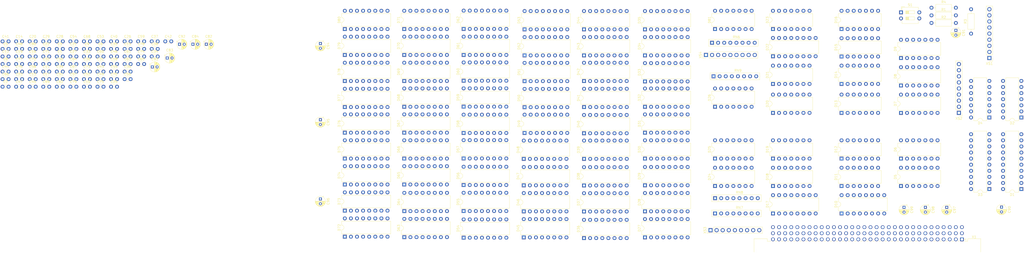
<source format=kicad_pcb>
(kicad_pcb (version 20211014) (generator pcbnew)
  (layers (0 "F.Cu" signal) (31 "B.Cu" signal) (34 "B.Paste" user) (35 "F.Paste" user) (36 "B.SilkS" user "B.Silkscreen") (37 "F.SilkS" user "F.Silkscreen") (38 "B.Mask" user) (39 "F.Mask" user) (44 "Edge.Cuts" user))
  (net 0 "")
  (net 1 "+5V")
  (net 2 "GND")
  (net 3 "-12V")
  (net 4 "+12V")
  (net 5 "-5V")
  (net 123 "Net-(RN7-Pad4)")
  (net 126 "Net-(RN8-Pad2)")
  (net 127 "Net-(RN7-Pad2)")
  (net 130 "Net-(D10-Pad12)")
  (net 204 "Net-(D17-Pad4)")
  (net 207 "Net-(D17-Pad7)")
  (net 208 "Net-(D17-Pad9)")
  (net 211 "Net-(D17-Pad12)")
  (net 296 "Net-(D25-Pad8)")
  (net 299 "Net-(D25-Pad11)")
  (net 1072 "Net-(D81-Pad3)")
  (net 1075 "Net-(RN6-Pad6)")
  (net 1076 "Net-(RN6-Pad2)")
  (net 1084 "/Control/XS1_9")
  (net 1091 "/Control/MA6")
  (net 1094 "/Control/MA7")
  (net 1095 "/Control/~{CASH}")
  (net 1097 "/Control/~{CASL}")
  (net 1098 "/Control/MD15")
  (net 1101 "/Control/MD14")
  (net 1102 "/Control/MD13")
  (net 1103 "/Control/MD12")
  (net 1105 "/Control/MD11")
  (net 1107 "/Control/MD10")
  (net 1108 "/Control/MD9")
  (net 1110 "/Control/MD8")
  (net 1111 "/Control/MD7")
  (net 1112 "/Control/MD6")
  (net 1113 "/Control/MD5")
  (net 1210 "/Control/MD4")
  (net 1211 "/Control/MD3")
  (net 1212 "/Control/MD2")
  (net 1213 "/Control/MD1")
  (net 1214 "/Control/MD0")
  (net 1215 "/Control/MA5")
  (net 1216 "/Control/MA4")
  (net 1217 "/Control/MA3")
  (net 1218 "/Control/MA2")
  (net 1219 "/Control/MA1")
  (net 1220 "/Control/MA0")
  (net 1221 "/Control/~{RAS0}")
  (net 1222 "/Control/~{RAS2}")
  (net 1223 "/Control/~{RAS4}")
  (net 1224 "/Control/~{WEE}")
  (net 1225 "/Control/~{WEO}")
  (net 1226 "/Control/XS4_8")
  (net 1228 "/Control/XS4_9")
  (footprint "Package_DIP:DIP-14_W7.62mm" (layer "F.Cu") (at 291.45 129.55 90)
    (fp_text reference "D6")
    (fp_text value "DL074")
  )
  (footprint "Package_DIP:DIP-16_W7.62mm" (layer "F.Cu") (at 134.265 151.535 90)
    (fp_text reference "D46")
    (fp_text value "U2164")
  )
  (footprint "Package_DIP:DIP-16_W7.62mm" (layer "F.Cu") (at 159.37 97.23 90)
    (fp_text reference "D42")
    (fp_text value "U2164")
  )
  (footprint "Resistor_THT:R_Array_SIP8" (layer "F.Cu") (at 213.985 152.4)
    (fp_text reference "RN7")
    (fp_text value "30")
  )
  (footprint "Package_DIP:DIP-14_W7.62mm" (layer "F.Cu") (at 213.975 107.95 90)
    (fp_text reference "D26")
    (fp_text value "DL008D")
  )
  (footprint "Package_DIP:DIP-16_W7.62mm" (layer "F.Cu") (at 109.205 107.895 90)
    (fp_text reference "D59")
    (fp_text value "U2164")
  )
  (footprint "Capacitor_THT:C_Disc_D3.0mm_W1.6mm_P2.50mm" (layer "F.Cu") (at -15.125 80.695)
    (fp_text reference "C42")
    (fp_text value "100n")
  )
  (footprint "Capacitor_THT:C_Disc_D3.0mm_W1.6mm_P2.50mm" (layer "F.Cu") (at -20.775 80.695)
    (fp_text reference "C37")
    (fp_text value "100n")
  )
  (footprint "Capacitor_THT:C_Disc_D3.0mm_W1.6mm_P2.50mm" (layer "F.Cu") (at -26.425 80.695)
    (fp_text reference "C59")
    (fp_text value "100n")
  )
  (footprint "Capacitor_THT:C_Disc_D3.0mm_W1.6mm_P2.50mm" (layer "F.Cu") (at -54.675 83.845)
    (fp_text reference "C21")
    (fp_text value "100n")
  )
  (footprint "Package_DIP:DIP-16_W7.62mm" (layer "F.Cu") (at 59.69 97.22 90)
    (fp_text reference "D78")
    (fp_text value "U2164")
  )
  (footprint "Package_DIP:DIP-16_W7.62mm" (layer "F.Cu") (at 159.37 118.985 90)
    (fp_text reference "D40")
    (fp_text value "U2164")
  )
  (footprint "Capacitor_THT:C_Disc_D3.0mm_W1.6mm_P2.50mm" (layer "F.Cu") (at -82.925 99.595)
    (fp_text reference "C2")
    (fp_text value "100n")
  )
  (footprint "Connector_PinHeader_2.54mm:PinHeader_1x09_P2.54mm_Vertical" (layer "F.Cu") (at 212.09 159.385 90)
    (fp_text reference "XS3")
    (fp_text value "Conn_01x09")
  )
  (footprint "Package_DIP:DIP-16_W7.62mm" (layer "F.Cu") (at 134.605 75.685 90)
    (fp_text reference "D53")
    (fp_text value "U2164")
  )
  (footprint "Capacitor_THT:C_Disc_D3.0mm_W1.6mm_P2.50mm" (layer "F.Cu") (at -49.025 90.145)
    (fp_text reference "C30")
    (fp_text value "100n")
  )
  (footprint "Capacitor_THT:C_Disc_D3.0mm_W1.6mm_P2.50mm" (layer "F.Cu") (at -71.625 96.445)
    (fp_text reference "C13")
    (fp_text value "100n")
  )
  (footprint "Capacitor_THT:C_Disc_D3.0mm_W1.6mm_P2.50mm" (layer "F.Cu") (at -49.025 96.445)
    (fp_text reference "C52")
    (fp_text value "100n")
  )
  (footprint "Capacitor_THT:C_Disc_D3.0mm_W1.6mm_P2.50mm" (layer "F.Cu") (at -32.075 90.145)
    (fp_text reference "C63")
    (fp_text value "100n")
  )
  (footprint "Package_DIP:DIP-14_W7.62mm" (layer "F.Cu") (at 238.11 75.575 90)
    (fp_text reference "D23")
    (fp_text value "DL000D")
  )
  (footprint "Capacitor_THT:C_Disc_D3.0mm_W1.6mm_P2.50mm" (layer "F.Cu") (at -54.675 80.695)
    (fp_text reference "C54")
    (fp_text value "100n")
  )
  (footprint "Resistor_THT:R_Axial_DIN0207_L6.3mm_D2.5mm_P10.16mm_Horizontal" (layer "F.Cu") (at 304.165 73.025)
    (fp_text reference "R2")
    (fp_text value "1k")
  )
  (footprint "Package_DIP:DIP-14_W7.62mm" (layer "F.Cu") (at 341.615 112.415 180)
    (fp_text reference "D2")
    (fp_text value "74LS280")
  )
  (footprint "Package_DIP:DIP-16_W7.62mm" (layer "F.Cu") (at 109.205 140.565 90)
    (fp_text reference "D56")
    (fp_text value "U2164")
  )
  (footprint "Package_DIP:DIP-16_W7.62mm" (layer "F.Cu") (at 184.77 86.535 90)
    (fp_text reference "D34")
    (fp_text value "U2164")
  )
  (footprint "Package_DIP:DIP-14_W7.62mm" (layer "F.Cu") (at 291.45 140.98 90)
    (fp_text reference "D5")
    (fp_text value "DL030D")
  )
  (footprint "Package_DIP:DIP-16_W7.62mm" (layer "F.Cu") (at 109.205 129.485 90)
    (fp_text reference "D57")
    (fp_text value "U2164")
  )
  (footprint "Package_DIP:DIP-14_W7.62mm" (layer "F.Cu") (at 266.685 129.55 90)
    (fp_text reference "D12")
    (fp_text value "DL004D")
  )
  (footprint "Package_DIP:DIP-14_W7.62mm" (layer "F.Cu") (at 266.685 140.98 90)
    (fp_text reference "D11")
    (fp_text value "DL030D")
  )
  (footprint "Package_DIP:DIP-16_W7.62mm" (layer "F.Cu") (at 59.69 129.54 90)
    (fp_text reference "D75")
    (fp_text value "U2164")
  )
  (footprint "Package_DIP:DIP-16_W7.62mm" (layer "F.Cu") (at 109.205 118.865 90)
    (fp_text reference "D58")
    (fp_text value "U2164")
  )
  (footprint "Capacitor_THT:C_Disc_D3.0mm_W1.6mm_P2.50mm" (layer "F.Cu") (at -60.325 96.445)
    (fp_text reference "C51")
    (fp_text value "100n")
  )
  (footprint "Package_DIP:DIP-16_W7.62mm" (layer "F.Cu") (at 84.455 97.21 90)
    (fp_text reference "D69")
    (fp_text value "U2164")
  )
  (footprint "Capacitor_THT:C_Disc_D3.0mm_W1.6mm_P2.50mm" (layer "F.Cu") (at -60.325 90.145)
    (fp_text reference "C50")
    (fp_text value "100n")
  )
  (footprint "Package_DIP:DIP-14_W7.62mm" (layer "F.Cu") (at 266.685 75.575 90)
    (fp_text reference "D16")
    (fp_text value "DL074")
  )
  (footprint "Capacitor_THT:C_Disc_D3.0mm_W1.6mm_P2.50mm" (layer "F.Cu") (at -49.025 83.845)
    (fp_text reference "C9")
    (fp_text value "100n")
  )
  (footprint "Package_DIP:DIP-16_W7.62mm" (layer "F.Cu") (at 84.455 129.54 90)
    (fp_text reference "D66")
    (fp_text value "U2164")
  )
  (footprint "Package_DIP:DIP-16_W7.62mm" (layer "F.Cu") (at 134.605 86.535 90)
    (fp_text reference "D52")
    (fp_text value "U2164")
  )
  (footprint "Capacitor_THT:CP_Radial_D4.0mm_P2.00mm" (layer "F.Cu") (at 1.979801 81.895)
    (fp_text reference "C82")
    (fp_text value "47uF")
  )
  (footprint "Package_DIP:DIP-16_W7.62mm" (layer "F.Cu") (at 84.485 162.285 90)
    (fp_text reference "D63")
    (fp_text value "U2164")
  )
  (footprint "Package_DIP:DIP-16_W7.62mm" (layer "F.Cu") (at 59.69 140.335 90)
    (fp_text reference "D74")
    (fp_text value "U2164")
  )
  (footprint "Package_DIP:DIP-16_W7.62mm" (layer "F.Cu") (at 184.77 140.675 90)
    (fp_text reference "D29")
    (fp_text value "U2164")
  )
  (footprint "Capacitor_THT:C_Disc_D3.0mm_W1.6mm_P2.50mm" (layer "F.Cu") (at -43.375 93.295)
    (fp_text reference "C43")
    (fp_text value "100n")
  )
  (footprint "Package_DIP:DIP-16_W7.62mm" (layer "F.Cu") (at 184.77 118.755 90)
    (fp_text reference "D31")
    (fp_text value "U2164")
  )
  (footprint "Package_DIP:DIP-16_W7.62mm" (layer "F.Cu") (at 84.455 118.745 90)
    (fp_text reference "D67")
    (fp_text value "U2164")
  )
  (footprint "Package_DIP:DIP-14_W7.62mm" (layer "F.Cu") (at 266.685 87.005 90)
    (fp_text reference "D15")
    (fp_text value "DL074")
  )
  (footprint "Package_DIP:DIP-16_W7.62mm" (layer "F.Cu") (at 109.22 162.505 90)
    (fp_text reference "D54")
    (fp_text value "U2164")
  )
  (footprint "Package_DIP:DIP-16_W7.62mm" (layer "F.Cu") (at 59.69 108.07 90)
    (fp_text reference "D77")
    (fp_text value "U2164")
  )
  (footprint "Package_DIP:DIP-16_W7.62mm" (layer "F.Cu") (at 134.265 162.385 90)
    (fp_text reference "D45")
    (fp_text value "U2164")
  )
  (footprint "Capacitor_THT:C_Disc_D3.0mm_W1.6mm_P2.50mm" (layer "F.Cu") (at -49.025 93.295)
    (fp_text reference "C73")
    (fp_text value "100n")
  )
  (footprint "Package_DIP:DIP-14_W7.62mm" (layer "F.Cu") (at 266.685 110.5 90)
    (fp_text reference "D13")
    (fp_text value "DL002D")
  )
  (footprint "Package_DIP:DIP-16_W7.62mm" (layer "F.Cu") (at 184.77 97.385 90)
    (fp_text reference "D33")
    (fp_text value "U2164")
  )
  (footprint "Package_DIP:DIP-16_W7.62mm" (layer "F.Cu") (at 184.77 75.685 90)
    (fp_text reference "D35")
    (fp_text value "U2164")
  )
  (footprint "Capacitor_THT:C_Disc_D3.0mm_W1.6mm_P2.50mm" (layer "F.Cu") (at -37.725 83.845)
    (fp_text reference "C35")
    (fp_text value "100n")
  )
  (footprint "Package_DIP:DIP-16_W7.62mm" (layer "F.Cu") (at 59.69 75.565 90)
    (fp_text reference "D80")
    (fp_text value "U2164")
  )
  (footprint "Capacitor_THT:C_Disc_D3.0mm_W1.6mm_P2.50mm" (layer "F.Cu") (at -54.675 90.145)
    (fp_text reference "C64")
    (fp_text value "100n")
  )
  (footprint "Capacitor_THT:C_Disc_D3.0mm_W1.6mm_P2.50mm" (layer "F.Cu") (at -82.925 90.145)
    (fp_text reference "C8")
    (fp_text value "100n")
  )
  (footprint "Capacitor_THT:C_Disc_D3.0mm_W1.6mm_P2.50mm" (layer "F.Cu") (at -43.375 96.445)
    (fp_text reference "C49")
    (fp_text value "100n")
  )
  (footprint "Connector_PinHeader_2.54mm:PinHeader_1x09_P2.54mm_Vertical" (layer "F.Cu") (at 210.195 86.36 90)
    (fp_text reference "XS4")
    (fp_text value "Conn_01x09")
  )
  (footprint "Capacitor_THT:C_Disc_D3.0mm_W1.6mm_P2.50mm" (layer "F.Cu") (at -26.425 86.995)
    (fp_text reference "C74")
    (fp_text value "100n")
  )
  (footprint "Package_DIP:DIP-14_W7.62mm" (layer "F.Cu") (at 213.98 75.575 90)
    (fp_text reference "D81")
    (fp_text value "DL000D")
  )
  (footprint "Package_DIP:DIP-16_W7.62mm" (layer "F.Cu") (at 109.22 86.36 90)
    (fp_text reference "D61")
    (fp_text value "U2164")
  )
  (footprint "Capacitor_THT:C_Disc_D3.0mm_W1.6mm_P2.50mm" (layer "F.Cu") (at -65.975 80.695)
    (fp_text reference "C29")
    (fp_text value "100n")
  )
  (footprint "Package_DIP:DIP-14_W7.62mm" (layer "F.Cu") (at 266.685 98.435 90)
    (fp_text reference "D14")
    (fp_text value "DL074")
  )
  (footprint "Resistor_THT:R_Axial_DIN0207_L6.3mm_D2.5mm_P10.16mm_Horizontal" (layer "F.Cu") (at 304.165 66.675)
    (fp_text reference "R4")
    (fp_text value "1k")
  )
  (footprint "Capacitor_THT:C_Disc_D3.0mm_W1.6mm_P2.50mm" (layer "F.Cu") (at -65.975 90.145)
    (fp_text reference "C32")
    (fp_text value "100n")
  )
  (footprint "Capacitor_THT:CP_Radial_D4.0mm_P2.00mm" (layer "F.Cu") (at 301.625 149.86 -90)
    (fp_text reference "C98")
    (fp_text value "47uF")
  )
  (footprint "Package_DIP:DIP-14_W7.62mm" (layer "F.Cu") (at 238.11 110.5 90)
    (fp_text reference "D20")
    (fp_text value "DL051D")
  )
  (footprint "Package_DIP:DIP-14_W7.62mm" (layer "F.Cu") (at 291.45 99.08 90)
    (fp_text reference "D8")
    (fp_text value "DL008D")
  )
  (footprint "Capacitor_THT:C_Disc_D3.0mm_W1.6mm_P2.50mm" (layer "F.Cu") (at -54.675 86.995)
    (fp_text reference "C27")
    (fp_text value "100n")
  )
  (footprint "Package_DIP:DIP-14_W7.62mm" (layer "F.Cu") (at 213.975 140.97 90)
    (fp_text reference "D24")
    (fp_text value "DL003D")
  )
  (footprint "Capacitor_THT:C_Disc_D3.0mm_W1.6mm_P2.50mm" (layer "F.Cu") (at -43.375 80.695)
    (fp_text reference "C53")
    (fp_text value "100n")
  )
  (footprint "Capacitor_THT:C_Disc_D3.0mm_W1.6mm_P2.50mm" (layer "F.Cu") (at -77.275 90.145)
    (fp_text reference "C77")
    (fp_text value "100n")
  )
  (footprint "Capacitor_THT:C_Disc_D3.0mm_W1.6mm_P2.50mm" (layer "F.Cu") (at -20.775 86.995)
    (fp_text reference "C34")
    (fp_text value "100n")
  )
  (footprint "Capacitor_THT:C_Disc_D3.0mm_W1.6mm_P2.50mm" (layer "F.Cu") (at -71.625 83.845)
    (fp_text reference "C80")
    (fp_text value "100n")
  )
  (footprint "Connector_DIN:DIN41612_C_3x32_Male_Horizontal_THT" (layer "F.Cu") (at 316.85 163.205 180)
    (fp_text reference "X1")
    (fp_text value "BUS_EC1834_16Bit_RAMCAR")
  )
  (footprint "Capacitor_THT:CP_Radial_D4.0mm_P2.00mm" (layer "F.Cu") (at -14.307599 87.63)
    (fp_text reference "C83")
    (fp_text value "47uF")
  )
  (footprint "Capacitor_THT:C_Disc_D3.0mm_W1.6mm_P2.50mm" (layer "F.Cu") (at -54.675 93.295)
    (fp_text reference "C67")
    (fp_text value "100n")
  )
  (footprint "Capacitor_THT:C_Disc_D3.0mm_W1.6mm_P2.50mm" (layer "F.Cu") (at -54.675 99.595)
    (fp_text reference "C79")
    (fp_text value "100n")
  )
  (footprint "Package_DIP:DIP-16_W7.62mm" (layer "F.Cu") (at 109.22 97.1 90)
    (fp_text reference "D60")
    (fp_text value "U2164")
  )
  (footprint "Capacitor_THT:C_Disc_D3.0mm_W1.6mm_P2.50mm" (layer "F.Cu") (at -37.725 96.445)
    (fp_text reference "C70")
    (fp_text value "100n")
  )
  (footprint "Capacitor_THT:C_Disc_D3.0mm_W1.6mm_P2.50mm" (layer "F.Cu") (at -37.725 80.695)
    (fp_text reference "C40")
    (fp_text value "100n")
  )
  (footprint "Capacitor_THT:C_Disc_D3.0mm_W1.6mm_P2.50mm" (layer "F.Cu") (at -65.975 93.295)
    (fp_text reference "C11")
    (fp_text value "100n")
  )
  (footprint "Package_DIP:DIP-14_W7.62mm" (layer "F.Cu") (at 238.115 140.99 90)
    (fp_text reference "D18")
    (fp_text value "DL004D")
  )
  (footprint "Capacitor_THT:C_Disc_D3.0mm_W1.6mm_P2.50mm" (layer "F.Cu") (at -65.975 99.595)
    (fp_text reference "C69")
    (fp_text value "100n")
  )
  (footprint "Resistor_THT:R_Array_SIP8" (layer "F.Cu") (at 213.995 146.05)
    (fp_text reference "RN8")
    (fp_text value "30")
  )
  (footprint "Resistor_THT:R_Axial_DIN0207_L6.3mm_D2.5mm_P10.16mm_Horizontal" (layer "F.Cu") (at 320.675 77.47 90)
    (fp_text reference "R3")
    (fp_text value "80")
  )
  (footprint "Capacitor_THT:CP_Radial_D4.0mm_P2.00mm" (layer "F.Cu") (at 333.375 149.765 -90)
    (fp_text reference "C90")
    (fp_text value "47uF")
  )
  (footprint "Capacitor_THT:C_Disc_D3.0mm_W1.6mm_P2.50mm" (layer "F.Cu") (at -60.325 83.845)
    (fp_text reference "C3")
    (fp_text value "100n")
  )
  (footprint "Package_DIP:DIP-14_W7.62mm" (layer "F.Cu") (at 291.45 87.65 90)
    (fp_text reference "D9")
    (fp_text value "DL086D")
  )
  (footprint "Package_DIP:DIP-14_W7.62mm" (layer "F.Cu") (at 213.975 129.54 90)
    (fp_text reference "D25")
    (fp_text value "DL000D")
  )
  (footprint "Capacitor_THT:C_Disc_D3.0mm_W1.6mm_P2.50mm" (layer "F.Cu") (at -60.325 93.295)
    (fp_text reference "C39")
    (fp_text value "100n")
  )
  (footprint "Capacitor_THT:CP_Radial_D4.0mm_P2.00mm" (layer "F.Cu") (at 314.325 76.105 -90)
    (fp_text reference "C91")
    (fp_text value "47uF")
  )
  (footprint "Capacitor_THT:C_Disc_D3.0mm_W1.6mm_P2.50mm" (layer "F.Cu") (at -71.625 93.295)
    (fp_text reference "C58")
    (fp_text value "100n")
  )
  (footprint "Capacitor_THT:C_Disc_D3.0mm_W1.6mm_P2.50mm" (layer "F.Cu") (at -71.625 90.145)
    (fp_text reference "C72")
    (fp_text value "100n")
  )
  (footprint "Capacitor_THT:C_Disc_D3.0mm_W1.6mm_P2.50mm" (layer "F.Cu") (at -71.625 80.695)
    (fp_text reference "C20")
    (fp_text value "100n")
  )
  (footprint "Capacitor_THT:C_Disc_D3.0mm_W1.6mm_P2.50mm" (layer "F.Cu") (at -43.375 90.145)
    (fp_text reference "C31")
    (fp_text value "100n")
  )
  (footprint "Capacitor_THT:C_Disc_D3.0mm_W1.6mm_P2.50mm" (layer "F.Cu") (at -71.625 99.595)
    (fp_text reference "C45")
    (fp_text value "100n")
  )
  (footprint "Capacitor_THT:C_Disc_D3.0mm_W1.6mm_P2.50mm" (layer "F.Cu") (at -26.425 90.145)
    (fp_text reference "C65")
    (fp_text value "100n")
  )
  (footprint "Capacitor_THT:C_Disc_D3.0mm_W1.6mm_P2.50mm" (layer "F.Cu") (at -65.975 86.995)
    (fp_text reference "C71")
    (fp_text value "100n")
  )
  (footprint "Capacitor_THT:C_Disc_D3.0mm_W1.6mm_P2.50mm" (layer "F.Cu") (at -60.325 80.695)
    (fp_text reference "C28")
    (fp_text value "100n")
  )
  (footprint "Capacitor_THT:C_Disc_D3.0mm_W1.6mm_P2.50mm" (layer "F.Cu") (at -49.025 86.995)
    (fp_text reference "C33")
    (fp_text value "100n")
  )
  (footprint "Capacitor_THT:C_Disc_D3.0mm_W1.6mm_P2.50mm" (layer "F.Cu") (at -54.675 96.445)
    (fp_text reference "C57")
    (fp_text value "100n")
  )
  (footprint "Capacitor_THT:C_Disc_D3.0mm_W1.6mm_P2.50mm" (layer "F.Cu") (at -60.325 99.595)
    (fp_text reference "C62")
    (fp_text value "100n")
  )
  (footprint "Package_DIP:DIP-16_W7.62mm" (layer "F.Cu") (at 109.22 75.51 90)
    (fp_text reference "D62")
    (fp_text value "U2164")
  )
  (footprint "Package_DIP:DIP-16_W7.62mm" (layer "F.Cu") (at 238.11 86.905 90)
    (fp_text reference "D22")
    (fp_text value "DS8205")
  )
  (footprint "Capacitor_THT:C_Disc_D3.0mm_W1.6mm_P2.50mm" (layer "F.Cu") (at -43.375 86.995)
    (fp_text reference "C60")
    (fp_text value "100n")
  )
  (footprint "Package_DIP:DIP-14_W7.62mm" (layer "F.Cu") (at 238.11 129.55 90)
    (fp_text reference "D19")
    (fp_text value "DL032D")
  )
  (footprint "Resistor_THT:R_Array_SIP8" (layer "F.Cu") (at 213.35 95.25)
    (fp_text reference "RN9")
    (fp_text value "30")
  )
  (footprint "Capacitor_THT:C_Disc_D3.0mm_W1.6mm_P2.50mm" (layer "F.Cu") (at -65.975 83.845)
    (fp_text reference "C22")
    (fp_text value "100n")
  )
  (footprint "Capacitor_THT:CP_Radial_D4.0mm_P2.00mm" (layer "F.Cu") (at -9.220199 81.895)
    (fp_text reference "C92")
    (fp_text value "47uF")
  )
  (footprint "Package_DIP:DIP-16_W7.62mm" (layer "F.Cu") (at 134.265 129.66 90)
    (fp_text reference "D48")
    (fp_text value "U2164")
  )
  (footprint "Package_DIP:DIP-16_W7.62mm" (layer "F.Cu") (at 84.485 151.435 90)
    (fp_text reference "D64")
    (fp_text value "U2164")
  )
  (footprint "Package_DIP:DIP-16_W7.62mm" (layer "F.Cu") (at 159.37 151.59 90)
    (fp_text reference "D37")
    (fp_text value "U2164")
  )
  (footprint "Package_DIP:DIP-16_W7.62mm" (layer "F.Cu") (at 266.705 152.41 90)
    (fp_text reference "D10")
    (fp_text value "74LS257")
  )
  (footprint "Capacitor_THT:C_Disc_D3.0mm_W1.6mm_P2.50mm" (layer "F.Cu") (at -77.275 80.695)
    (fp_text reference "C14")
    (fp_text value "100n")
  )
  (footprint "Resistor_THT:R_Array_SIP8" (layer "F.Cu") (at 212.715 81.28)
    (fp_text reference "RN6")
    (fp_text value "30")
  )
  (footprint "Capacitor_THT:C_Disc_D3.0mm_W1.6mm_P2.50mm" (layer "F.Cu") (at -32.075 83.845)
    (fp_text reference "C15")
    (fp_text value "100n")
  )
  (footprint "Package_DIP:DIP-16_W7.62mm" (layer "F.Cu") (at 109.205 151.415 90)
    (fp_text reference "D55")
    (fp_text value "U2164")
  )
  (footprint "Capacitor_THT:CP_Radial_D4.0mm_P2.00mm" (layer "F.Cu") (at 49.515 81.587401 -90)
    (fp_text reference "C94")
    (fp_text value "47uF")
  )
  (footprint "Capacitor_THT:C_Disc_D3.0mm_W1.6mm_P2.50mm" (layer "F.Cu") (at -65.975 96.445)
    (fp_text reference "C17")
    (fp_text value "100n")
  )
  (footprint "Capacitor_THT:CP_Radial_D4.0mm_P2.00mm" (layer "F.Cu") (at 310.515 149.86 -90)
    (fp_text reference "C97")
    (fp_text value "47uF")
  )
  (footprint "Capacitor_THT:C_Disc_D3.0mm_W1.6mm_P2.50mm" (layer "F.Cu") (at -32.075 80.695)
    (fp_text reference "C26")
    (fp_text value "100n")
  )
  (footprint "Package_DIP:DIP-16_W7.62mm" (layer "F.Cu") (at 84.455 75.565 90)
    (fp_text reference "D71")
    (fp_text value "U2164")
  )
  (footprint "Package_DIP:DIP-16_W7.62mm" (layer "F.Cu") (at 159.37 140.74 90)
    (fp_text reference "D38")
    (fp_text value "U2164")
  )
  (footprint "Capacitor_THT:C_Disc_D3.0mm_W1.6mm_P2.50mm" (layer "F.Cu") (at -77.275 99.595)
    (fp_text reference "C47")
    (fp_text value "100n")
  )
  (footprint "Package_DIP:DIP-16_W7.62mm" (layer "F.Cu") (at 134.605 118.865 90)
    (fp_text reference "D49")
    (fp_text value "U2164")
  )
  (footprint "Capacitor_THT:C_Disc_D3.0mm_W1.6mm_P2.50mm" (layer "F.Cu") (at -37.725 86.995)
    (fp_text reference "C46")
    (fp_text value "100n")
  )
  (footprint "Capacitor_THT:C_Disc_D3.0mm_W1.6mm_P2.50mm" (layer "F.Cu") (at -49.025 99.595)
    (fp_text reference "C10")
    (fp_text value "100n")
  )
  (footprint "Package_DIP:DIP-14_W7.62mm" (layer "F.Cu") (at 291.45 110.51 90)
    (fp_text reference "D7")
    (fp_text value "74S64")
  )
  (footprint "Capacitor_THT:C_Disc_D3.0mm_W1.6mm_P2.50mm" (layer "F.Cu") (at -77.275 93.295)
    (fp_text reference "C76")
    (fp_text value "100n")
  )
  (footprint "Capacitor_THT:C_Disc_D3.0mm_W1.6mm_P2.50mm" (layer "F.Cu") (at -37.725 90.145)
    (fp_text reference "C18")
    (fp_text value "100n")
  )
  (footprint "Connector_PinHeader_2.54mm:PinHeader_1x09_P2.54mm_Vertical" (layer "F.Cu") (at 328.295 87.63 180)
    (fp_text reference "XS1")
    (fp_text value "Conn_01x09")
  )
  (footprint "Capacitor_THT:CP_Radial_D4.0mm_P2.00mm" (layer "F.Cu") (at 49.515 113.337401 -90)
    (fp_text reference "C95")
    (fp_text value "47uF")
  )
  (footprint "Capacitor_THT:C_Disc_D3.0mm_W1.6mm_P2.50mm" (layer "F.Cu") (at -37.725 93.295)
    (fp_text reference "C55")
    (fp_text value "100n")
  )
  (footprint "Capacitor_THT:C_Disc_D3.0mm_W1.6mm_P2.50mm" (layer "F.Cu") (at -60.325 86.995)
    (fp_text reference "C1")
    (fp_text value "100n")
  )
  (footprint "Package_DIP:DIP-16_W7.62mm" (layer "F.Cu") (at 238.13 152.41 90)
    (fp_text reference "D17")
    (fp_text value "74LS257")
  )
  (footprint "Package_DIP:DIP-14_W7.62mm" (layer "F.Cu") (at 328.28 112.415 180)
    (fp_text reference "D4")
    (fp_text value "74LS280")
  )
  (footprint "Capacitor_THT:C_Disc_D3.0mm_W1.6mm_P2.50mm" (layer "F.Cu") (at -49.025 80.695)
    (fp_text reference "C68")
    (fp_text value "100n")
  )
  (footprint "Package_DIP:DIP-16_W7.62mm" (layer "F.Cu") (at 59.69 86.37 90)
    (fp_text reference "D79")
    (fp_text value "U2164")
  )
  (footprint "Capacitor_THT:C_Disc_D3.0mm_W1.6mm_P2.50mm" (layer "F.Cu") (at -82.925 86.995)
    (fp_text reference "C12")
    (fp_text value "100n")
  )
  (footprint "Capacitor_THT:C_Disc_D3.0mm_W1.6mm_P2.50mm" (layer "F.Cu") (at -43.375 83.845)
    (fp_text reference "C6")
    (fp_text value "100n")
  )
  (footprint "Capacitor_THT:C_Disc_D3.0mm_W1.6mm_P2.50mm" (layer "F.Cu") (at -77.275 96.445)
    (fp_text reference "C23")
    (fp_text value "100n")
  )
  (footprint "Capacitor_THT:C_Disc_D3.0mm_W1.6mm_P2.50mm" (layer "F.Cu") (at -77.275 83.845)
    (fp_text reference "C48")
    (fp_text value "100n")
  )
  (footprint "Package_DIP:DIP-16_W7.62mm" (layer "F.Cu") (at 84.455 140.335 90)
    (fp_text reference "D65")
    (fp_text value "U2164")
  )
  (footprint "Capacitor_THT:C_Disc_D3.0mm_W1.6mm_P2.50mm" (layer "F.Cu") (at -26.425 83.845)
    (fp_text reference "C78")
    (fp_text value "100n")
  )
  (footprint "Package_DIP:DIP-16_W7.62mm" (layer "F.Cu") (at 159.37 162.68 90)
    (fp_text reference "D36")
    (fp_text value "U2164")
  )
  (footprint "Capacitor_THT:C_Disc_D3.0mm_W1.6mm_P2.50mm" (layer "F.Cu") (at -32.075 86.995)
    (fp_text reference "C61")
    (fp_text value "100n")
  )
  (footprint "Capacitor_THT:C_Disc_D3.0mm_W1.6mm_P2.50mm" (layer "F.Cu") (at -20.775 83.845)
    (fp_text reference "C38")
    (fp_text value "100n")
  )
  (footprint "Package_DIP:DIP-16_W7.62mm" (layer "F.Cu") (at 184.77 107.96 90)
    (fp_text reference "D32")
    (fp_text value "U2164")
  )
  (footprint "Package_DIP:DIP-16_W7.62mm" (layer "F.Cu") (at 159.37 86.535 90)
    (fp_text reference "D43")
    (fp_text value "U2164")
  )
  (footprint "Package_DIP:DIP-20_W7.62mm" (layer "F.Cu") (at 341.615 142.25 180)
    (fp_text reference "D1")
    (fp_text value "DS8287D")
  )
  (footprint "Package_DIP:DIP-16_W7.62mm" (layer "F.Cu") (at 184.77 151.525 90)
    (fp_text reference "D28")
    (fp_text value "U2164")
  )
  (footprint "Package_DIP:DIP-16_W7.62mm" (layer "F.Cu") (at 159.4 129.66 90)
    (fp_text reference "D39")
    (fp_text value "U2164")
  )
  (footprint "Capacitor_THT:CP_Radial_D4.0mm_P2.00mm" (layer "F.Cu") (at -3.620199 81.895)
    (fp_text reference "C84")
    (fp_text value "47uF")
  )
  (footprint "Package_DIP:DIP-16_W7.62mm" (layer "F.Cu") (at 159.37 75.685 90)
    (fp_text reference "D44")
    (fp_text value "U2164")
  )
  (footprint "Capacitor_THT:CP_Radial_D4.0mm_P2.00mm" (layer "F.Cu") (at 49.515 146.357401 -90)
    (fp_text reference "C96")
    (fp_text value "47uF")
  )
  (footprint "Capacitor_THT:CP_Radial_D4.0mm_P2.00mm" (layer "F.Cu") (at -20.520199 91.345)
    (fp_text reference "C93")
    (fp_text value "47uF")
  )
  (footprint "Capacitor_THT:C_Disc_D3.0mm_W1.6mm_P2.50mm" (layer "F.Cu") (at -77.275 86.995)
    (fp_text reference "C19")
    (fp_text value "100n")
  )
  (footprint "Capacitor_THT:C_Disc_D3.0mm_W1.6mm_P2.50mm" (layer "F.Cu") (at -32.075 96.445)
    (fp_text reference "C56")
    (fp_text value "100n")
  )
  (footprint "Package_DIP:DIP-16_W7.62mm" (layer "F.Cu") (at 84.455 86.36 90)
    (fp_text reference "D70")
    (fp_text value "U2164")
  )
  (footprint "Resistor_THT:R_Axial_DIN0207_L6.3mm_D2.5mm_P10.16mm_Horizontal" (layer "F.Cu") (at 304.165 69.85)
    (fp_text reference "R1")
    (fp_text value "1k")
  )
  (footprint "Package_DIP:DIP-16_W7.62mm" (layer "F.Cu") (at 184.77 129.55 90)
    (fp_text reference "D30")
    (fp_text value "U2164")
  )
  (footprint "Capacitor_THT:CP_Radial_D4.0mm_P2.00mm" (layer "F.Cu") (at 292.735 149.86 -90)
    (fp_text reference "C99")
    (fp_text value "47uF")
  )
  (footprint "Package_DIP:DIP-16_W7.62mm" (layer "F.Cu") (at 134.605 108.125 90)
    (fp_text reference "D50")
    (fp_text value "U2164")
  )
  (footprint "Package_DIP:DIP-16_W7.62mm" (layer "F.Cu") (at 59.69 118.745 90)
    (fp_text reference "D76")
    (fp_text value "U2164")
  )
  (footprint "Package_DIP:DIP-14_W7.62mm" (layer "F.Cu") (at 238.11 98.435 90)
    (fp_text reference "D21")
    (fp_text value "DL004D")
  )
  (footprint "Package_DIP:DIP-16_W7.62mm" (layer "F.Cu") (at 134.265 140.685 90)
    (fp_text reference "D47")
    (fp_text value "U2164")
  )
  (footprint "Capacitor_THT:C_Disc_D3.0mm_W1.6mm_P2.50mm" (layer "F.Cu") (at -71.625 86.995)
    (fp_text reference "C16")
    (fp_text value "100n")
  )
  (footprint "Capacitor_THT:C_Disc_D3.0mm_W1.6mm_P2.50mm" (layer "F.Cu") (at -32.075 93.295)
    (fp_text reference "C36")
    (fp_text value "100n")
  )
  (footprint "Connector_PinHeader_2.54mm:PinHeader_1x09_P2.54mm_Vertical" (layer "F.Cu") (at 315.595 110.49 180)
    (fp_text reference "XS2")
    (fp_text value "Conn_01x09")
  )
  (footprint "Capacitor_THT:C_Disc_D3.0mm_W1.6mm_P2.50mm" (layer "F.Cu") (at -82.925 80.695)
    (fp_text reference "C41")
    (fp_text value "100n")
  )
  (footprint "Capacitor_THT:C_Disc_D3.0mm_W1.6mm_P2.50mm" (layer "F.Cu") (at -82.925 96.445)
    (fp_text reference "C66")
    (fp_text value "100n")
  )
  (footprint "Package_DIP:DIP-16_W7.62mm" (layer "F.Cu") (at 84.455 107.95 90)
    (fp_text reference "D68")
    (fp_text value "U2164")
  )
  (footprint "Package_DIP:DIP-16_W7.62mm" (layer "F.Cu") (at 59.69 162.09 90)
    (fp_text reference "D72")
    (fp_text value "U2164")
  )
  (footprint "Button_Switch_THT:SW_DIP_SPSTx02_Slide_6.7x6.64mm_W7.62mm_P2.54mm_LowProfile" (layer "F.Cu") (at 291.475 68.6)
    (fp_text reference "S1")
    (fp_text value "SW_DIP_x02")
  )
  (footprint "Package_DIP:DIP-16_W7.62mm" (layer "F.Cu") (at 159.4 108.07 90)
    (fp_text reference "D41")
    (fp_text value "U2164")
  )
  (footprint "Package_DIP:DIP-16_W7.62mm" (layer "F.Cu") (at 184.77 162.375 90)
    (fp_text reference "D27")
    (fp_text value "U2164")
  )
  (footprint "Package_DIP:DIP-16_W7.62mm" (layer "F.Cu") (at 59.69 151.24 90)
    (fp_text reference "D73")
    (fp_text value "U2164")
  )
  (footprint "Capacitor_THT:C_Disc_D3.0mm_W1.6mm_P2.50mm" (layer "F.Cu") (at -43.375 99.595)
    (fp_text reference "C75")
    (fp_text value "100n")
  )
  (footprint "Capacitor_THT:C_Disc_D3.0mm_W1.6mm_P2.50mm" (layer "F.Cu") (at -82.925 93.295)
    (fp_text reference "C44")
    (fp_text value "100n")
  )
  (footprint "Package_DIP:DIP-20_W7.62mm" (layer "F.Cu") (at 328.28 142.25 180)
    (fp_text reference "D3")
    (fp_text value "DS8287D")
  )
  (footprint "Package_DIP:DIP-16_W7.62mm" (layer "F.Cu") (at 134.605 97.275 90)
    (fp_text reference "D51")
    (fp_text value "U2164")
  )
  (footprint "Capacitor_THT:C_Disc_D3.0mm_W1.6mm_P2.50mm" (layer "F.Cu") (at -37.725 99.595)
    (fp_text reference "C25")
    (fp_text value "100n")
  )
  (footprint "Capacitor_THT:C_Disc_D3.0mm_W1.6mm_P2.50mm" (layer "F.Cu") (at -82.925 83.845)
    (fp_text reference "C5")
    (fp_text value "100n")
  )
)
</source>
